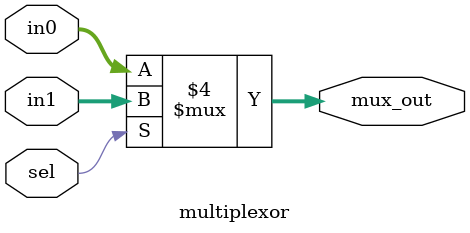
<source format=v>
module multiplexor #(parameter WIDTH=5) (sel, in0, in1, mux_out);
input sel;
input [WIDTH-1:0] in0, in1;
output [WIDTH-1:0] mux_out;
reg [WIDTH-1:0] mux_out;

always @(in0,in1, sel)
	if (sel == 0)
		mux_out=in0;
	else 
		mux_out=in1;
endmodule
/*module multiplexor #(parameter WIDTH=5) (
input wire sel,
input wire [WIDTH-1:0] in0, in1,
output reg [WIDTH-1:0] mux_out
);

As a module item after the port list as in this example:
module multiplexor (sel, in0, in1, mux_out);
parameter WIDTH=5;
input sel;
input [WIDTH-1:0] in0, in1;
output [WIDTH-1:0] mux_out;
reg [WIDTH-1:0] mux_out;*/

</source>
